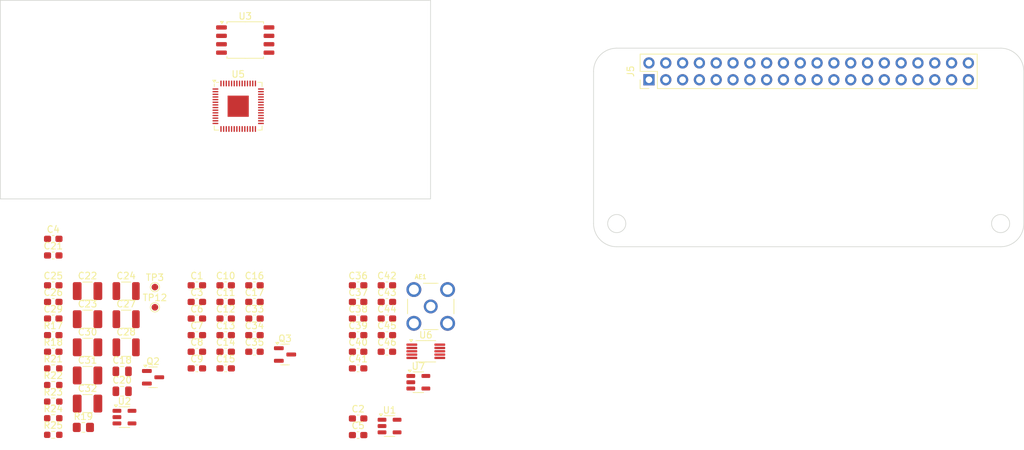
<source format=kicad_pcb>
(kicad_pcb (version 20241229) (generator "pcbnew") (generator_version "9.0")
  (layers (0 "F.Cu" power "Front") (4 "In1.Cu" signal) (6 "In2.Cu" signal) (2 "B.Cu" power "Back") (13 "F.Paste" user) (15 "B.Paste" user) (5 "F.SilkS" user "F.Silkscreen") (7 "B.SilkS" user "B.Silkscreen") (1 "F.Mask" user) (3 "B.Mask" user) (25 "Edge.Cuts" user))
  (net 0 "")
  (net 1 "Net-(U5-XIN)")
  (net 2 "GND")
  (net 3 "+3V3_RP2040")
  (net 4 "Net-(C3-Pad1)")
  (net 7 "Net-(Q3-B)")
  (net 8 "Net-(Q3-C)")
  (net 9 "Net-(U1-IN+)")
  (net 10 "Net-(U1-IN-)")
  (net 11 "3V3_PICO")
  (net 12 "/RP2040/+1V1_PICO_ADC_REF")
  (net 13 "/Power Input/battery_voltage_signal")
  (net 14 "/Power Input/input_current_sense_signal")
  (net 15 "5V Primary")
  (net 16 "/Voltage Converters/3v3_out")
  (net 19 "/Power Input/power_input_processed")
  (net 20 "/Voltage Converters/buck_sw")
  (net 21 "/Voltage Converters/buck_boot")
  (net 22 "5V_PRIMARY")
  (net 23 "Net-(C29-Pad1)")
  (net 24 "/Voltage Converters/buck_feedback")
  (net 25 "/RP2040/WSPR Transmitter/Si5351_3V3")
  (net 26 "Net-(U6-XA)")
  (net 27 "Net-(U6-XB)")
  (net 28 "Net-(U6-CLK0)")
  (net 29 "Net-(C40-Pad1)")
  (net 30 "Net-(C43-Pad2)")
  (net 31 "Net-(C44-Pad2)")
  (net 36 "Net-(AE1-A)")
  (net 37 "+5V")
  (net 44 "Net-(Q2-B)")
  (net 54 "1_WIRE")
  (net 61 "I2C0_SCL")
  (net 62 "I2C0.SDA")
  (net 65 "/Voltage Converters/3v3_en")
  (net 66 "3V3_DISABLE")
  (net 67 "3V3 Primary")
  (net 68 "/Voltage Converters/buck_enable")
  (net 70 "/RP2040/QSPI_SD0")
  (net 71 "/RP2040/QSPI_SD1")
  (net 72 "/RP2040/QSPI_SS")
  (net 73 "/RP2040/QSPI_SD2")
  (net 74 "/RP2040/QSPI_SD3")
  (net 75 "/RP2040/QSPI_SCLK")
  (net 76 "/RP2040/2040_SPI1.RX")
  (net 77 "/RP2040/RP2040_SWCLK")
  (net 79 "/RP2040/RP2040_STATUS_LED")
  (net 80 "/RP2040/2040_I2C0_WSPR.SCL")
  (net 81 "/RP2040/RP2040_SWDIO")
  (net 82 "/RP2040/2040_SPI1.TX")
  (net 83 "/RP2040/2040_I2C0_WSPR.SDA")
  (net 84 "/RP2040/2040_UART1.RX")
  (net 86 "Net-(U5-USB_DP)")
  (net 90 "/RP2040/RP2040_SPI0_SCK SD_SCLK")
  (net 91 "/RP2040/RP2040_SPI0_~{CS} SD_CS")
  (net 92 "/RP2040/RP2040_SPI0_RX SD_DO")
  (net 93 "/RP2040/2040_UART0.RX")
  (net 94 "/RP2040/PRIMARY_POWER_SUPPLY_DISABLE")
  (net 96 "/RP2040/2040_UART1.TX")
  (net 97 "/RP2040/2040_SPI1.SCK")
  (net 98 "/RP2040/2040_I2C1.SCL")
  (net 99 "/RP2040/2040_SPI1.~{CS}")
  (net 100 "/RP2040/RP2040_RESET_PIN")
  (net 102 "/RP2040/2040_UART0.TX")
  (net 103 "/RP2040/RP2040_SPI0_TX SD_DI")
  (net 104 "/RP2040/HW_ID")
  (net 105 "Net-(U5-XOUT)")
  (net 108 "/RP2040/2040_I2C1.SDA")
  (net 109 "Net-(U5-USB_DM)")
  (net 110 "Net-(J6-In)")
  (net 111 "Net-(J7-In)")
  (net 112 "/RP2040/WSPR Transmitter/WSPR_POWER_FAULT")
  (net 113 "/RP2040/WSPR Transmitter/WSPR_POWER_ENABLE")
  (footprint "Capacitor_SMD:C_0603_1608Metric_Pad1.08x0.95mm_HandSolder" (layer "F.Cu") (at 70.055 61.565)
    (property "Reference" "C37" (at 0 -1.43 0) (layer "F.SilkS"))
    (property "Value" "0.1uf")
    (pad "1" smd roundrect (at -0.8625 0) (size 1.075 0.95) (layers "F.Cu" "F.Mask" "F.Paste") (net 2 "GND"))
    (pad "2" smd roundrect (at 0.8625 0) (size 1.075 0.95) (layers "F.Cu" "F.Mask" "F.Paste") (net 25 "/RP2040/WSPR Transmitter/Si5351_3V3"))
  )
  (footprint "Package_SO:SOIC-8_5.3x5.3mm_P1.27mm" (layer "F.Cu") (at 53 22)
    (property "Reference" "U3" (at 0 -3.6 0) (layer "F.SilkS"))
    (property "Value" "W25Q128JVS")
    (pad "1" smd roundrect (at -3.5875 -1.905) (size 1.625 0.65) (layers "F.Cu" "F.Mask" "F.Paste") (net 72 "/RP2040/QSPI_SS"))
    (pad "2" smd roundrect (at -3.5875 -0.635) (size 1.625 0.65) (layers "F.Cu" "F.Mask" "F.Paste") (net 71 "/RP2040/QSPI_SD1"))
    (pad "3" smd roundrect (at -3.5875 0.635) (size 1.625 0.65) (layers "F.Cu" "F.Mask" "F.Paste") (net 73 "/RP2040/QSPI_SD2"))
    (pad "4" smd roundrect (at -3.5875 1.905) (size 1.625 0.65) (layers "F.Cu" "F.Mask" "F.Paste") (net 2 "GND"))
    (pad "5" smd roundrect (at 3.5875 1.905) (size 1.625 0.65) (layers "F.Cu" "F.Mask" "F.Paste") (net 70 "/RP2040/QSPI_SD0"))
    (pad "6" smd roundrect (at 3.5875 0.635) (size 1.625 0.65) (layers "F.Cu" "F.Mask" "F.Paste") (net 75 "/RP2040/QSPI_SCLK"))
    (pad "7" smd roundrect (at 3.5875 -0.635) (size 1.625 0.65) (layers "F.Cu" "F.Mask" "F.Paste") (net 74 "/RP2040/QSPI_SD3"))
    (pad "8" smd roundrect (at 3.5875 -1.905) (size 1.625 0.65) (layers "F.Cu" "F.Mask" "F.Paste") (net 11 "3V3_PICO"))
  )
  (footprint "Capacitor_SMD:C_0603_1608Metric_Pad1.08x0.95mm_HandSolder" (layer "F.Cu") (at 50.045 66.585)
    (property "Reference" "C13" (at 0 -1.43 0) (layer "F.SilkS"))
    (property "Value" "1uf")
    (pad "1" smd roundrect (at -0.8625 0) (size 1.075 0.95) (layers "F.Cu" "F.Mask" "F.Paste") (net 2 "GND"))
    (pad "2" smd roundrect (at 0.8625 0) (size 1.075 0.95) (layers "F.Cu" "F.Mask" "F.Paste") (net 12 "/RP2040/+1V1_PICO_ADC_REF"))
  )
  (footprint "giraffe_flight_computer_footprints:LINX_CONSMA001-G" (layer "F.Cu") (at 81.03 62.25)
    (property "Reference" "AE1" (at -1.533 -4.4714 0) (layer "F.SilkS") (effects (font (size 0.64 0.64))))
    (property "Value" "~")
    (pad "1" thru_hole circle (at 0 0) (size 2.1 2.1) (drill 1.4) (layers "*.Cu" "*.Mask") (net 36 "Net-(AE1-A)"))
    (pad "S1" thru_hole circle (at -2.55 -2.55) (size 2.25 2.25) (drill 1.5) (layers "*.Cu" "*.Mask"))
    (pad "S2" thru_hole circle (at -2.55 2.55) (size 2.25 2.25) (drill 1.5) (layers "*.Cu" "*.Mask"))
    (pad "S3" thru_hole circle (at 2.55 2.55) (size 2.25 2.25) (drill 1.5) (layers "*.Cu" "*.Mask"))
    (pad "S4" thru_hole circle (at 2.55 -2.55) (size 2.25 2.25) (drill 1.5) (layers "*.Cu" "*.Mask"))
  )
  (footprint "Package_DFN_QFN:QFN-56-1EP_7x7mm_P0.4mm_EP3.2x3.2mm" (layer "F.Cu") (at 51.9375 32)
    (property "Reference" "U5" (at 0 -4.83 0) (layer "F.SilkS"))
    (property "Value" "RP2040")
    (pad "1" smd roundrect (at -3.4375 -2.6) (size 0.875 0.2) (layers "F.Cu" "F.Mask" "F.Paste") (net 11 "3V3_PICO"))
    (pad "2" smd roundrect (at -3.4375 -2.2) (size 0.875 0.2) (layers "F.Cu" "F.Mask" "F.Paste") (net 102 "/RP2040/2040_UART0.TX"))
    (pad "3" smd roundrect (at -3.4375 -1.8) (size 0.875 0.2) (layers "F.Cu" "F.Mask" "F.Paste") (net 93 "/RP2040/2040_UART0.RX"))
    (pad "4" smd roundrect (at -3.4375 -1.4) (size 0.875 0.2) (layers "F.Cu" "F.Mask" "F.Paste") (net 108 "/RP2040/2040_I2C1.SDA"))
    (pad "5" smd roundrect (at -3.4375 -1) (size 0.875 0.2) (layers "F.Cu" "F.Mask" "F.Paste") (net 98 "/RP2040/2040_I2C1.SCL"))
    (pad "6" smd roundrect (at -3.4375 -0.6) (size 0.875 0.2) (layers "F.Cu" "F.Mask" "F.Paste") (net 96 "/RP2040/2040_UART1.TX"))
    (pad "7" smd roundrect (at -3.4375 -0.2) (size 0.875 0.2) (layers "F.Cu" "F.Mask" "F.Paste") (net 84 "/RP2040/2040_UART1.RX"))
    (pad "8" smd roundrect (at -3.4375 0.2) (size 0.875 0.2) (layers "F.Cu" "F.Mask" "F.Paste"))
    (pad "9" smd roundrect (at -3.4375 0.6) (size 0.875 0.2) (layers "F.Cu" "F.Mask" "F.Paste"))
    (pad "10" smd roundrect (at -3.4375 1) (size 0.875 0.2) (layers "F.Cu" "F.Mask" "F.Paste") (net 11 "3V3_PICO"))
    (pad "11" smd roundrect (at -3.4375 1.4) (size 0.875 0.2) (layers "F.Cu" "F.Mask" "F.Paste") (net 76 "/RP2040/2040_SPI1.RX"))
    (pad "12" smd roundrect (at -3.4375 1.8) (size 0.875 0.2) (layers "F.Cu" "F.Mask" "F.Paste") (net 99 "/RP2040/2040_SPI1.~{CS}"))
    (pad "13" smd roundrect (at -3.4375 2.2) (size 0.875 0.2) (layers "F.Cu" "F.Mask" "F.Paste") (net 97 "/RP2040/2040_SPI1.SCK"))
    (pad "14" smd roundrect (at -3.4375 2.6) (size 0.875 0.2) (layers "F.Cu" "F.Mask" "F.Paste") (net 82 "/RP2040/2040_SPI1.TX"))
    (pad "15" smd roundrect (at -2.6 3.4375) (size 0.2 0.875) (layers "F.Cu" "F.Mask" "F.Paste") (net 83 "/RP2040/2040_I2C0_WSPR.SDA"))
    (pad "16" smd roundrect (at -2.2 3.4375) (size 0.2 0.875) (layers "F.Cu" "F.Mask" "F.Paste") (net 80 "/RP2040/2040_I2C0_WSPR.SCL"))
    (pad "17" smd roundrect (at -1.8 3.4375) (size 0.2 0.875) (layers "F.Cu" "F.Mask" "F.Paste") (net 94 "/RP2040/PRIMARY_POWER_SUPPLY_DISABLE"))
    (pad "18" smd roundrect (at -1.4 3.4375) (size 0.2 0.875) (layers "F.Cu" "F.Mask" "F.Paste"))
    (pad "19" smd roundrect (at -1 3.4375) (size 0.2 0.875) (layers "F.Cu" "F.Mask" "F.Paste") (net 2 "GND"))
    (pad "20" smd roundrect (at -0.6 3.4375) (size 0.2 0.875) (layers "F.Cu" "F.Mask" "F.Paste") (net 1 "Net-(U5-XIN)"))
    (pad "21" smd roundrect (at -0.2 3.4375) (size 0.2 0.875) (layers "F.Cu" "F.Mask" "F.Paste") (net 105 "Net-(U5-XOUT)"))
    (pad "22" smd roundrect (at 0.2 3.4375) (size 0.2 0.875) (layers "F.Cu" "F.Mask" "F.Paste") (net 11 "3V3_PICO"))
    (pad "23" smd roundrect (at 0.6 3.4375) (size 0.2 0.875) (layers "F.Cu" "F.Mask" "F.Paste") (net 12 "/RP2040/+1V1_PICO_ADC_REF"))
    (pad "24" smd roundrect (at 1 3.4375) (size 0.2 0.875) (layers "F.Cu" "F.Mask" "F.Paste") (net 77 "/RP2040/RP2040_SWCLK"))
    (pad "25" smd roundrect (at 1.4 3.4375) (size 0.2 0.875) (layers "F.Cu" "F.Mask" "F.Paste") (net 81 "/RP2040/RP2040_SWDIO"))
    (pad "26" smd roundrect (at 1.8 3.4375) (size 0.2 0.875) (layers "F.Cu" "F.Mask" "F.Paste") (net 100 "/RP2040/RP2040_RESET_PIN"))
    (pad "27" smd roundrect (at 2.2 3.4375) (size 0.2 0.875) (layers "F.Cu" "F.Mask" "F.Paste") (net 92 "/RP2040/RP2040_SPI0_RX SD_DO"))
    (pad "28" smd roundrect (at 2.6 3.4375) (size 0.2 0.875) (layers "F.Cu" "F.Mask" "F.Paste") (net 91 "/RP2040/RP2040_SPI0_~{CS} SD_CS"))
    (pad "29" smd roundrect (at 3.4375 2.6) (size 0.875 0.2) (layers "F.Cu" "F.Mask" "F.Paste") (net 90 "/RP2040/RP2040_SPI0_SCK SD_SCLK"))
    (pad "30" smd roundrect (at 3.4375 2.2) (size 0.875 0.2) (layers "F.Cu" "F.Mask" "F.Paste") (net 103 "/RP2040/RP2040_SPI0_TX SD_DI"))
    (pad "31" smd roundrect (at 3.4375 1.8) (size 0.875 0.2) (layers "F.Cu" "F.Mask" "F.Paste"))
    (pad "32" smd roundrect (at 3.4375 1.4) (size 0.875 0.2) (layers "F.Cu" "F.Mask" "F.Paste"))
    (pad "33" smd roundrect (at 3.4375 1) (size 0.875 0.2) (layers "F.Cu" "F.Mask" "F.Paste") (net 11 "3V3_PICO"))
    (pad "34" smd roundrect (at 3.4375 0.6) (size 0.875 0.2) (layers "F.Cu" "F.Mask" "F.Paste"))
    (pad "35" smd roundrect (at 3.4375 0.2) (size 0.875 0.2) (layers "F.Cu" "F.Mask" "F.Paste"))
    (pad "36" smd roundrect (at 3.4375 -0.2) (size 0.875 0.2) (layers "F.Cu" "F.Mask" "F.Paste"))
    (pad "37" smd roundrect (at 3.4375 -0.6) (size 0.875 0.2) (layers "F.Cu" "F.Mask" "F.Paste") (net 79 "/RP2040/RP2040_STATUS_LED"))
    (pad "38" smd roundrect (at 3.4375 -1) (size 0.875 0.2) (layers "F.Cu" "F.Mask" "F.Paste") (net 104 "/RP2040/HW_ID"))
    (pad "39" smd roundrect (at 3.4375 -1.4) (size 0.875 0.2) (layers "F.Cu" "F.Mask" "F.Paste"))
    (pad "40" smd roundrect (at 3.4375 -1.8) (size 0.875 0.2) (layers "F.Cu" "F.Mask" "F.Paste") (net 13 "/Power Input/battery_voltage_signal"))
    (pad "41" smd roundrect (at 3.4375 -2.2) (size 0.875 0.2) (layers "F.Cu" "F.Mask" "F.Paste") (net 14 "/Power Input/input_current_sense_signal"))
    (pad "42" smd roundrect (at 3.4375 -2.6) (size 0.875 0.2) (layers "F.Cu" "F.Mask" "F.Paste") (net 11 "3V3_PICO"))
    (pad "43" smd roundrect (at 2.6 -3.4375) (size 0.2 0.875) (layers "F.Cu" "F.Mask" "F.Paste") (net 11 "3V3_PICO"))
    (pad "44" smd roundrect (at 2.2 -3.4375) (size 0.2 0.875) (layers "F.Cu" "F.Mask" "F.Paste") (net 11 "3V3_PICO"))
    (pad "45" smd roundrect (at 1.8 -3.4375) (size 0.2 0.875) (layers "F.Cu" "F.Mask" "F.Paste") (net 12 "/RP2040/+1V1_PICO_ADC_REF"))
    (pad "46" smd roundrect (at 1.4 -3.4375) (size 0.2 0.875) (layers "F.Cu" "F.Mask" "F.Paste") (net 109 "Net-(U5-USB_DM)"))
    (pad "47" smd roundrect (at 1 -3.4375) (size 0.2 0.875) (layers "F.Cu" "F.Mask" "F.Paste") (net 86 "Net-(U5-USB_DP)"))
    (pad "48" smd roundrect (at 0.6 -3.4375) (size 0.2 0.875) (layers "F.Cu" "F.Mask" "F.Paste") (net 11 "3V3_PICO"))
    (pad "49" smd roundrect (at 0.2 -3.4375) (size 0.2 0.875) (layers "F.Cu" "F.Mask" "F.Paste") (net 11 "3V3_PICO"))
    (pad "50" smd roundrect (at -0.2 -3.4375) (size 0.2 0.875) (layers "F.Cu" "F.Mask" "F.Paste") (net 12 "/RP2040/+1V1_PICO_ADC_REF"))
    (pad "51" smd roundrect (at -0.6 -3.4375) (size 0.2 0.875) (layers "F.Cu" "F.Mask" "F.Paste") (net 74 "/RP2040/QSPI_SD3"))
    (pad "52" smd roundrect (at -1 -3.4375) (size 0.2 0.875) (layers "F.Cu" "F.Mask" "F.Paste") (net 75 "/RP2040/QSPI_SCLK"))
    (pad "53" smd roundrect (at -1.4 -3.4375) (size 0.2 0.875) (layers "F.Cu" "F.Mask" "F.Paste") (net 70 "/RP2040/QSPI_SD0"))
    (pad "54" smd roundrect (at -1.8 -3.4375) (size 0.2 0.875) (layers "F.Cu" "F.Mask" "F.Paste") (net 73 "/RP2040/QSPI_SD2"))
    (pad "55" smd roundrect (at -2.2 -3.4375) (size 0.2 0.875) (layers "F.Cu" "F.Mask" "F.Paste") (net 71 "/RP2040/QSPI_SD1"))
    (pad "56" smd roundrect (at -2.6 -3.4375) (size 0.2 0.875) (layers "F.Cu" "F.Mask" "F.Paste") (net 72 "/RP2040/QSPI_SS"))
    (pad "57" smd rect (at 0 0) (size 3.2 3.2) (property pad_prop_heatsink) (layers "F.Cu" "F.Mask") (net 2 "GND"))
  )
  (footprint "Capacitor_SMD:C_0603_1608Metric_Pad1.08x0.95mm_HandSolder" (layer "F.Cu") (at 45.695 64.075)
    (property "Reference" "C6" (at 0 -1.43 0) (layer "F.SilkS"))
    (property "Value" "0.1uf")
    (pad "1" smd roundrect (at -0.8625 0) (size 1.075 0.95) (layers "F.Cu" "F.Mask" "F.Paste") (net 2 "GND"))
    (pad "2" smd roundrect (at 0.8625 0) (size 1.075 0.95) (layers "F.Cu" "F.Mask" "F.Paste") (net 11 "3V3_PICO"))
  )
  (footprint "Capacitor_SMD:C_0603_1608Metric_Pad1.08x0.95mm_HandSolder" (layer "F.Cu") (at 70.055 81.685)
    (property "Reference" "C5" (at 0 -1.43 0) (layer "F.SilkS"))
    (property "Value" "?")
    (pad "1" smd roundrect (at -0.8625 0) (size 1.075 0.95) (layers "F.Cu" "F.Mask" "F.Paste") (net 10 "Net-(U1-IN-)"))
    (pad "2" smd roundrect (at 0.8625 0) (size 1.075 0.95) (layers "F.Cu" "F.Mask" "F.Paste") (net 9 "Net-(U1-IN+)"))
  )
  (footprint "Capacitor_SMD:C_1210_3225Metric_Pad1.33x2.70mm_HandSolder" (layer "F.Cu") (at 29.175 64.175)
    (property "Reference" "C23" (at 0 -2.3 0) (layer "F.SilkS"))
    (property "Value" "DNS")
    (pad "1" smd roundrect (at -1.5625 0) (size 1.325 2.7) (layers "F.Cu" "F.Mask" "F.Paste") (roundrect_rratio 0.188679) (net 19 "/Power Input/power_input_processed"))
    (pad "2" smd roundrect (at 1.5625 0) (size 1.325 2.7) (layers "F.Cu" "F.Mask" "F.Paste") (roundrect_rratio 0.188679) (net 2 "GND"))
  )
  (footprint "Capacitor_SMD:C_1210_3225Metric" (layer "F.Cu") (at 35.005 59.925)
    (property "Reference" "C24" (at 0 -2.3 0) (layer "F.SilkS"))
    (property "Value" "10uf")
    (pad "1" smd roundrect (at -1.475 0) (size 1.15 2.7) (layers "F.Cu" "F.Mask" "F.Paste") (roundrect_rratio 0.217391) (net 19 "/Power Input/power_input_processed"))
    (pad "2" smd roundrect (at 1.475 0) (size 1.15 2.7) (layers "F.Cu" "F.Mask" "F.Paste") (roundrect_rratio 0.217391) (net 2 "GND"))
  )
  (footprint "Capacitor_SMD:C_0603_1608Metric_Pad1.08x0.95mm_HandSolder" (layer "F.Cu") (at 45.695 69.095)
    (property "Reference" "C8" (at 0 -1.43 0) (layer "F.SilkS"))
    (property "Value" "0.1uf")
    (pad "1" smd roundrect (at -0.8625 0) (size 1.075 0.95) (layers "F.Cu" "F.Mask" "F.Paste") (net 2 "GND"))
    (pad "2" smd roundrect (at 0.8625 0) (size 1.075 0.95) (layers "F.Cu" "F.Mask" "F.Paste") (net 11 "3V3_PICO"))
  )
  (footprint "Capacitor_SMD:C_0603_1608Metric_Pad1.08x0.95mm_HandSolder" (layer "F.Cu") (at 74.405 66.585)
    (property "Reference" "C45" (at 0 -1.43 0) (layer "F.SilkS"))
    (property "Value" "?")
    (pad "1" smd roundrect (at -0.8625 0) (size 1.075 0.95) (layers "F.Cu" "F.Mask" "F.Paste") (net 2 "GND"))
    (pad "2" smd roundrect (at 0.8625 0) (size 1.075 0.95) (layers "F.Cu" "F.Mask" "F.Paste") (net 36 "Net-(AE1-A)"))
  )
  (footprint "TestPoint:TestPoint_Pad_D1.0mm" (layer "F.Cu") (at 39.355 62.375)
    (property "Reference" "TP12" (at 0 -1.448 0) (layer "F.SilkS"))
    (property "Value" "TestPoint")
    (pad "1" smd circle (at 0 0) (size 1 1) (layers "F.Cu" "F.Mask") (net 68 "/Voltage Converters/buck_enable"))
  )
  (footprint "Capacitor_SMD:C_0603_1608Metric_Pad1.08x0.95mm_HandSolder" (layer "F.Cu") (at 54.395 66.585)
    (property "Reference" "C34" (at 0 -1.43 0) (layer "F.SilkS"))
    (property "Value" "10uf")
    (pad "1" smd roundrect (at -0.8625 0) (size 1.075 0.95) (layers "F.Cu" "F.Mask" "F.Paste") (net 2 "GND"))
    (pad "2" smd roundrect (at 0.8625 0) (size 1.075 0.95) (layers "F.Cu" "F.Mask" "F.Paste") (net 11 "3V3_PICO"))
  )
  (footprint "Capacitor_SMD:C_1210_3225Metric_Pad1.33x2.70mm_HandSolder" (layer "F.Cu") (at 29.175 68.425)
    (property "Reference" "C30" (at 0 -2.3 0) (layer "F.SilkS"))
    (property "Value" "DNS")
    (pad "1" smd roundrect (at -1.5625 0) (size 1.325 2.7) (layers "F.Cu" "F.Mask" "F.Paste") (roundrect_rratio 0.188679) (net 22 "5V_PRIMARY"))
    (pad "2" smd roundrect (at 1.5625 0) (size 1.325 2.7) (layers "F.Cu" "F.Mask" "F.Paste") (roundrect_rratio 0.188679) (net 2 "GND"))
  )
  (footprint "Package_SO:MSOP-10_3x3mm_P0.5mm" (layer "F.Cu") (at 80.285 69.025)
    (property "Reference" "U6" (at 0 -2.45 0) (layer "F.SilkS"))
    (property "Value" "Si5351A-B-GT")
    (pad "1" smd roundrect (at -2.1125 -1) (size 1.625 0.35) (layers "F.Cu" "F.Mask" "F.Paste") (net 25 "/RP2040/WSPR Transmitter/Si5351_3V3"))
    (pad "2" smd roundrect (at -2.1125 -0.5) (size 1.625 0.35) (layers "F.Cu" "F.Mask" "F.Paste") (net 26 "Net-(U6-XA)"))
    (pad "3" smd roundrect (at -2.1125 0) (size 1.625 0.35) (layers "F.Cu" "F.Mask" "F.Paste") (net 27 "Net-(U6-XB)"))
    (pad "4" smd roundrect (at -2.1125 0.5) (size 1.625 0.35) (layers "F.Cu" "F.Mask" "F.Paste") (net 80 "/RP2040/2040_I2C0_WSPR.SCL"))
    (pad "5" smd roundrect (at -2.1125 1) (size 1.625 0.35) (layers "F.Cu" "F.Mask" "F.Paste") (net 83 "/RP2040/2040_I2C0_WSPR.SDA"))
    (pad "6" smd roundrect (at 2.1125 1) (size 1.625 0.35) (layers "F.Cu" "F.Mask" "F.Paste") (net 111 "Net-(J7-In)"))
    (pad "7" smd roundrect (at 2.1125 0.5) (size 1.625 0.35) (layers "F.Cu" "F.Mask" "F.Paste") (net 25 "/RP2040/WSPR Transmitter/Si5351_3V3"))
    (pad "8" smd roundrect (at 2.1125 0) (size 1.625 0.35) (layers "F.Cu" "F.Mask" "F.Paste") (net 2 "GND"))
    (pad "9" smd roundrect (at 2.1125 -0.5) (size 1.625 0.35) (layers "F.Cu" "F.Mask" "F.Paste") (net 110 "Net-(J6-In)"))
    (pad "10" smd roundrect (at 2.1125 -1) (size 1.625 0.35) (layers "F.Cu" "F.Mask" "F.Paste") (net 28 "Net-(U6-CLK0)"))
  )
  (footprint "Resistor_SMD:R_0603_1608Metric_Pad0.98x0.95mm_HandSolder" (layer "F.Cu") (at 23.995 76.625)
    (property "Reference" "R23" (at 0 -1.43 0) (layer "F.SilkS"))
    (property "Value" "49")
    (pad "1" smd roundrect (at -0.9125 0) (size 0.975 0.95) (layers "F.Cu" "F.Mask" "F.Paste") (net 22 "5V_PRIMARY"))
    (pad "2" smd roundrect (at 0.9125 0) (size 0.975 0.95) (layers "F.Cu" "F.Mask" "F.Paste") (net 23 "Net-(C29-Pad1)"))
  )
  (footprint "Capacitor_SMD:C_0603_1608Metric_Pad1.08x0.95mm_HandSolder" (layer "F.Cu") (at 74.405 61.565)
    (property "Reference" "C43" (at 0 -1.43 0) (layer "F.SilkS"))
    (property "Value" "?")
    (pad "1" smd roundrect (at -0.8625 0) (size 1.075 0.95) (layers "F.Cu" "F.Mask" "F.Paste") (net 2 "GND"))
    (pad "2" smd roundrect (at 0.8625 0) (size 1.075 0.95) (layers "F.Cu" "F.Mask" "F.Paste") (net 30 "Net-(C43-Pad2)"))
  )
  (footprint "Package_TO_SOT_SMD:SOT-23" (layer "F.Cu") (at 39.075 72.95)
    (property "Reference" "Q2" (at 0 -2.4 0) (layer "F.SilkS"))
    (property "Value" "MMBT3904LT1G")
    (pad "1" smd roundrect (at -0.9375 -0.95) (size 1.475 0.6) (layers "F.Cu" "F.Mask" "F.Paste") (net 65 "/Voltage Converters/3v3_en"))
    (pad "2" smd roundrect (at -0.9375 0.95) (size 1.475 0.6) (layers "F.Cu" "F.Mask" "F.Paste") (net 44 "Net-(Q2-B)"))
    (pad "3" smd roundrect (at 0.9375 0) (size 1.475 0.6) (layers "F.Cu" "F.Mask" "F.Paste") (net 2 "GND"))
  )
  (footprint "Capacitor_SMD:C_0603_1608Metric_Pad1.08x0.95mm_HandSolder" (layer "F.Cu") (at 70.055 66.585)
    (property "Reference" "C39" (at 0 -1.43 0) (layer "F.SilkS"))
    (property "Value" "?pf")
    (pad "1" smd roundrect (at -0.8625 0) (size 1.075 0.95) (layers "F.Cu" "F.Mask" "F.Paste") (net 2 "GND"))
    (pad "2" smd roundrect (at 0.8625 0) (size 1.075 0.95) (layers "F.Cu" "F.Mask" "F.Paste") (net 27 "Net-(U6-XB)"))
  )
  (footprint "Capacitor_SMD:C_0603_1608Metric_Pad1.08x0.95mm_HandSolder" (layer "F.Cu") (at 23.995 66.585)
    (property "Reference" "R17" (at 0 -1.43 0) (layer "F.SilkS"))
    (property "Value" "10k")
    (pad "1" smd roundrect (at -0.8625 0) (size 1.075 0.95) (layers "F.Cu" "F.Mask" "F.Paste") (net 65 "/Voltage Converters/3v3_en"))
    (pad "2" smd roundrect (at 0.8625 0) (size 1.075 0.95) (layers "F.Cu" "F.Mask" "F.Paste") (net 15 "5V Primary"))
  )
  (footprint "Capacitor_SMD:C_0603_1608Metric_Pad1.08x0.95mm_HandSolder" (layer "F.Cu") (at 74.405 59.055)
    (property "Reference" "C42" (at 0 -1.43 0) (layer "F.SilkS"))
    (property "Value" "?")
    (pad "1" smd roundrect (at -0.8625 0) (size 1.075 0.95) (layers "F.Cu" "F.Mask" "F.Paste") (net 2 "GND"))
    (pad "2" smd roundrect (at 0.8625 0) (size 1.075 0.95) (layers "F.Cu" "F.Mask" "F.Paste") (net 29 "Net-(C40-Pad1)"))
  )
  (footprint "Package_TO_SOT_SMD:SOT-23" (layer "F.Cu") (at 59.015 69.51)
    (property "Reference" "Q3" (at 0 -2.4 0) (layer "F.SilkS"))
    (property "Value" "BC847CT")
    (pad "1" smd roundrect (at -0.9375 -0.95) (size 1.475 0.6) (layers "F.Cu" "F.Mask" "F.Paste") (net 7 "Net-(Q3-B)"))
    (pad "2" smd roundrect (at -0.9375 0.95) (size 1.475 0.6) (layers "F.Cu" "F.Mask" "F.Paste") (net 2 "GND"))
    (pad "3" smd roundrect (at 0.9375 0) (size 1.475 0.6) (layers "F.Cu" "F.Mask" "F.Paste") (net 8 "Net-(Q3-C)"))
  )
  (footprint "Capacitor_SMD:C_0603_1608Metric_Pad1.08x0.95mm_HandSolder" (layer "F.Cu") (at 23.995 59.055)
    (property "Reference" "C25" (at 0 -1.43 0) (layer "F.SilkS"))
    (property "Value" "0.1uf")
    (pad "1" smd roundrect (at -0.8625 0) (size 1.075 0.95) (layers "F.Cu" "F.Mask" "F.Paste") (net 19 "/Power Input/power_input_processed"))
    (pad "2" smd roundrect (at 0.8625 0) (size 1.075 0.95) (layers "F.Cu" "F.Mask" "F.Paste") (net 2 "GND"))
  )
  (footprint "Capacitor_SMD:C_0603_1608Metric_Pad1.08x0.95mm_HandSolder" (layer "F.Cu") (at 54.395 61.565)
    (property "Reference" "C17" (at 0 -1.43 0) (layer "F.SilkS"))
    (property "Value" "DNS")
    (pad "1" smd roundrect (at -0.8625 0) (size 1.075 0.95) (layers "F.Cu" "F.Mask" "F.Paste") (net 2 "GND"))
    (pad "2" smd roundrect (at 0.8625 0) (size 1.075 0.95) (layers "F.Cu" "F.Mask" "F.Paste") (net 14 "/Power Input/input_current_sense_signal"))
  )
  (footprint "Package_TO_SOT_SMD:SOT-23-5" (layer "F.Cu") (at 79.155 73.7)
    (property "Reference" "U7" (at 0 -2.4 0) (layer "F.SilkS"))
    (property "Value" "MIC2091-2YM5")
    (pad "1" smd roundrect (at -1.1375 -0.95) (size 1.325 0.6) (layers "F.Cu" "F.Mask" "F.Paste") (net 11 "3V3_PICO"))
    (pad "2" smd roundrect (at -1.1375 0) (size 1.325 0.6) (layers "F.Cu" "F.Mask" "F.Paste") (net 2 "GND"))
    (pad "3" smd roundrect (at -1.1375 0.95) (size 1.325 0.6) (layers "F.Cu" "F.Mask" "F.Paste") (net 113 "/RP2040/WSPR Transmitter/WSPR_POWER_ENABLE"))
    (pad "4" smd roundrect (at 1.1375 0.95) (size 1.325 0.6) (layers "F.Cu" "F.Mask" "F.Paste") (net 112 "/RP2040/WSPR Transmitter/WSPR_POWER_FAULT"))
    (pad "5" smd roundrect (at 1.1375 -0.95) (size 1.325 0.6) (layers "F.Cu" "F.Mask" "F.Paste") (net 25 "/RP2040/WSPR Transmitter/Si5351_3V3"))
  )
  (footprint "Capacitor_SMD:C_0603_1608Metric_Pad1.08x0.95mm_HandSolder" (layer "F.Cu") (at 74.405 64.075)
    (property "Reference" "C44" (at 0 -1.43 0) (layer "F.SilkS"))
    (property "Value" "?")
    (pad "1" smd roundrect (at -0.8625 0) (size 1.075 0.95) (layers "F.Cu" "F.Mask" "F.Paste") (net 2 "GND"))
    (pad "2" smd roundrect (at 0.8625 0) (size 1.075 0.95) (layers "F.Cu" "F.Mask" "F.Paste") (net 31 "Net-(C44-Pad2)"))
  )
  (footprint "Package_TO_SOT_SMD:SOT-23-5" (layer "F.Cu") (at 34.755 78.97)
    (property "Reference" "U2" (at 0 -2.4 0) (layer "F.SilkS"))
    (property "Value" "AP2112K-3.3")
    (pad "1" smd roundrect (at -1.1375 -0.95) (size 1.325 0.6) (layers "F.Cu" "F.Mask" "F.Paste") (net 15 "5V Primary"))
    (pad "2" smd roundrect (at -1.1375 0) (size 1.325 0.6) (layers "F.Cu" "F.Mask" "F.Paste") (net 2 "GND"))
    (pad "3" smd roundrect (at -1.1375 0.95) (size 1.325 0.6) (layers "F.Cu" "F.Mask" "F.Paste") (net 65 "/Voltage Converters/3v3_en"))
    (pad "4" smd roundrect (at 1.1375 0.95) (size 1.325 0.6) (layers "F.Cu" "F.Mask" "F.Paste"))
    (pad "5" smd roundrect (at 1.1375 -0.95) (size 1.325 0.6) (layers "F.Cu" "F.Mask" "F.Paste") (net 16 "/Voltage Converters/3v3_out"))
  )
  (footprint "Capacitor_SMD:C_0603_1608Metric_Pad1.08x0.95mm_HandSolder" (layer "F.Cu") (at 45.695 61.565)
    (property "Reference" "C3" (at 0 -1.43 0) (layer "F.SilkS"))
    (property "Value" "15pf")
    (pad "1" smd roundrect (at -0.8625 0) (size 1.075 0.95) (layers "F.Cu" "F.Mask" "F.Paste") (net 4 "Net-(C3-Pad1)"))
    (pad "2" smd roundrect (at 0.8625 0) (size 1.075 0.95) (layers "F.Cu" "F.Mask" "F.Paste") (net 2 "GND"))
  )
  (footprint "Capacitor_SMD:C_0603_1608Metric_Pad1.08x0.95mm_HandSolder" (layer "F.Cu") (at 50.045 71.605)
    (property "Reference" "C15" (at 0 -1.43 0) (layer "F.SilkS"))
    (property "Value" "0.1uf")
    (pad "1" smd roundrect (at -0.8625 0) (size 1.075 0.95) (layers "F.Cu" "F.Mask" "F.Paste") (net 2 "GND"))
    (pad "2" smd roundrect (at 0.8625 0) (size 1.075 0.95) (layers "F.Cu" "F.Mask" "F.Paste") (net 12 "/RP2040/+1V1_PICO_ADC_REF"))
  )
  (footprint "Capacitor_SMD:C_0603_1608Metric_Pad1.08x0.95mm_HandSolder" (layer "F.Cu") (at 50.045 59.055)
    (property "Reference" "C10" (at 0 -1.43 0) (layer "F.SilkS"))
    (property "Value" "0.1uf")
    (pad "1" smd roundrect (at -0.8625 0) (size 1.075 0.95) (layers "F.Cu" "F.Mask" "F.Paste") (net 2 "GND"))
    (pad "2" smd roundrect (at 0.8625 0) (size 1.075 0.95) (layers "F.Cu" "F.Mask" "F.Paste") (net 11 "3V3_PICO"))
  )
  (footprint "Capacitor_SMD:C_0603_1608Metric_Pad1.08x0.95mm_HandSolder" (layer "F.Cu") (at 50.045 69.095)
    (property "Reference" "C14" (at 0 -1.43 0) (layer "F.SilkS"))
    (property "Value" "0.1uf")
    (pad "1" smd roundrect (at -0.8625 0) (size 1.075 0.95) (layers "F.Cu" "F.Mask" "F.Paste") (net 2 "GND"))
    (pad "2" smd roundrect (at 0.8625 0) (size 1.075 0.95) (layers "F.Cu" "F.Mask" "F.Paste") (net 12 "/RP2040/+1V1_PICO_ADC_REF"))
  )
  (footprint "Package_TO_SOT_SMD:SOT-23-5" (layer "F.Cu") (at 74.805 80.32)
    (property "Reference" "U1" (at 0 -2.4 0) (layer "F.SilkS"))
    (property "Value" "INA180A")
    (pad "1" smd roundrect (at -1.1375 -0.95) (size 1.325 0.6) (layers "F.Cu" "F.Mask" "F.Paste") (net 14 "/Power Input/input_current_sense_signal"))
    (pad "2" smd roundrect (at -1.1375 0) (size 1.325 0.6) (layers "F.Cu" "F.Mask" "F.Paste") (net 2 "GND"))
    (pad "3" smd roundrect (at -1.1375 0.95) (size 1.325 0.6) (layers "F.Cu" "F.Mask" "F.Paste") (net 9 "Net-(U1-IN+)"))
    (pad "4" smd roundrect (at 1.1375 0.95) (size 1.325 0.6) (layers "F.Cu" "F.Mask" "F.Paste") (net 10 "Net-(U1-IN-)"))
    (pad "5" smd roundrect (at 1.1375 -0.95) (size 1.325 0.6) (layers "F.Cu" "F.Mask" "F.Paste") (net 3 "+3V3_RP2040"))
  )
  (footprint "Capacitor_SMD:C_1210_3225Metric" (layer "F.Cu") (at 35.005 64.175)
    (property "Reference" "C27" (at 0 -2.3 0) (layer "F.SilkS"))
    (property "Value" "22uf")
    (pad "1" smd roundrect (at -1.475 0) (size 1.15 2.7) (layers "F.Cu" "F.Mask" "F.Paste") (roundrect_rratio 0.217391) (net 22 "5V_PRIMARY"))
    (pad "2" smd roundrect (at 1.475 0) (size 1.15 2.7) (layers "F.Cu" "F.Mask" "F.Paste") (roundrect_rratio 0.217391) (net 2 "GND"))
  )
  (footprint "Capacitor_SMD:C_0603_1608Metric_Pad1.08x0.95mm_HandSolder" (layer "F.Cu") (at 70.055 69.095)
    (property "Reference" "C40" (at 0 -1.43 0) (layer "F.SilkS"))
    (property "Value" "?")
    (pad "1" smd roundrect (at -0.8625 0) (size 1.075 0.95) (layers "F.Cu" "F.Mask" "F.Paste") (net 29 "Net-(C40-Pad1)"))
    (pad "2" smd roundrect (at 0.8625 0) (size 1.075 0.95) (layers "F.Cu" "F.Mask" "F.Paste") (net 28 "Net-(U6-CLK0)"))
  )
  (footprint "Capacitor_SMD:C_0603_1608Metric_Pad1.08x0.95mm_HandSolder" (layer "F.Cu") (at 70.055 71.605)
    (property "Reference" "C41" (at 0 -1.43 0) (layer "F.SilkS"))
    (property "Value" "1uf")
    (pad "1" smd roundrect (at -0.8625 0) (size 1.075 0.95) (layers "F.Cu" "F.Mask" "F.Paste") (net 2 "GND"))
    (pad "2" smd roundrect (at 0.8625 0) (size 1.075 0.95) (layers "F.Cu" "F.Mask" "F.Paste") (net 11 "3V3_PICO"))
  )
  (footprint "Capacitor_SMD:C_0603_1608Metric_Pad1.08x0.95mm_HandSolder" (layer "F.Cu") (at 50.045 64.075)
    (property "Reference" "C12" (at 0 -1.43 0) (layer "F.SilkS"))
    (property "Value" "1uf")
    (pad "1" smd roundrect (at -0.8625 0) (size 1.075 0.95) (layers "F.Cu" "F.Mask" "F.Paste") (net 2 "GND"))
    (pad "2" smd roundrect (at 0.8625 0) (size 1.075 0.95) (layers "F.Cu" "F.Mask" "F.Paste") (net 11 "3V3_PICO"))
  )
  (footprint "Capacitor_SMD:C_0603_1608Metric_Pad1.08x0.95mm_HandSolder" (layer "F.Cu") (at 23.995 52.035)
    (property "Reference" "C4" (at 0 -1.43 0) (layer "F.SilkS"))
    (property "Value" "?")
    (pad "1" smd roundrect (at -0.8625 0) (size 1.075 0.95) (layers "F.Cu" "F.Mask" "F.Paste"))
    (pad "2" smd roundrect (at 0.8625 0) (size 1.075 0.95) (layers "F.Cu" "F.Mask" "F.Paste"))
  )
  (footprint "Capacitor_SMD:C_0603_1608Metric_Pad1.08x0.95mm_HandSolder" (layer "F.Cu") (at 70.055 64.075)
    (property "Reference" "C38" (at 0 -1.43 0) (layer "F.SilkS"))
    (property "Value" "?pf")
    (pad "1" smd roundrect (at -0.8625 0) (size 1.075 0.95) (layers "F.Cu" "F.Mask" "F.Paste") (net 2 "GND"))
    (pad "2" smd roundrect (at 0.8625 0) (size 1.075 0.95) (layers "F.Cu" "F.Mask" "F.Paste") (net 26 "Net-(U6-XA)"))
  )
  (footprint "Capacitor_SMD:C_0603_1608Metric_Pad1.08x0.95mm_HandSolder" (layer "F.Cu") (at 70.055 59.055)
    (property "Reference" "C36" (at 0 -1.43 0) (layer "F.SilkS"))
    (property "Value" "0.1uf")
    (pad "1" smd roundrect (at -0.8625 0) (size 1.075 0.95) (layers "F.Cu" "F.Mask" "F.Paste") (net 2 "GND"))
    (pad "2" smd roundrect (at 0.8625 0) (size 1.075 0.95) (layers "F.Cu" "F.Mask" "F.Paste") (net 25 "/RP2040/WSPR Transmitter/Si5351_3V3"))
  )
  (footprint "Capacitor_SMD:C_1210_3225Metric_Pad1.33x2.70mm_HandSolder" (layer "F.Cu") (at 29.175 76.925)
    (property "Reference" "C32" (at 0 -2.3 0) (layer "F.SilkS"))
    (property "Value" "DNS")
    (pad "1" smd roundrect (at -1.5625 0) (size 1.325 2.7) (layers "F.Cu" "F.Mask" "F.Paste") (roundrect_rratio 0.188679) (net 22 "5V_PRIMARY"))
    (pad "2" smd roundrect (at 1.5625 0) (size 1.325 2.7) (layers "F.Cu" "F.Mask" "F.Paste") (roundrect_rratio 0.188679) (net 2 "GND"))
  )
  (footprint "Capacitor_SMD:C_1210_3225Metric" (layer "F.Cu") (at 35.005 68.425)
    (property "Reference" "C28" (at 0 -2.3 0) (layer "F.SilkS"))
    (property "Value" "22uf")
    (pad "1" smd roundrect (at -1.475 0) (size 1.15 2.7) (layers "F.Cu" "F.Mask" "F.Paste") (roundrect_rratio 0.217391) (net 22 "5V_PRIMARY"))
    (pad "2" smd roundrect (at 1.475 0) (size 1.15 2.7) (layers "F.Cu" "F.Mask" "F.Paste") (roundrect_rratio 0.217391) (net 2 "GND"))
  )
  (footprint "Resistor_SMD:R_0603_1608Metric_Pad0.98x0.95mm_HandSolder" (layer "F.Cu") (at 23.995 74.115)
    (property "Reference" "R22" (at 0 -1.43 0) (layer "F.SilkS"))
    (property "Value" "DNS")
    (pad "1" smd roundrect (at -0.9125 0) (size 0.975 0.95) (layers "F.Cu" "F.Mask" "F.Paste") (net 2 "GND"))
    (pad "2" smd roundrect (at 0.9125 0) (size 0.975 0.95) (layers "F.Cu" "F.Mask" "F.Paste") (net 68 "/Voltage Converters/buck_enable"))
  )
  (footprint "giraffe_flight_computer_footprints:pi_zero" (layer "F.Cu") (at 138.13 26.73)
    (property "Reference" "J5" (at -26.9 0 270) (layer "F.SilkS"))
    (property "Value" "PI")
    (fp_line (start -32.5 0) (end -32.5 23) (stroke (width 0.1)) (layer "Edge.Cuts"))
    (fp_line (start -29 -3.5) (end 29 -3.5) (stroke (width 0.1)) (layer "Edge.Cuts"))
    (fp_line (start 29 26.5) (end -29 26.5) (stroke (width 0.1)) (layer "Edge.Cuts"))
    (fp_line (start 32.5 0) (end 32.5 23) (stroke (width 0.1)) (layer "Edge.Cuts"))
    (fp_arc (start -32.5 0) (mid -31.474873 -2.474873) (end -29 -3.5) (stroke (width 0.1)) (layer "Edge.Cuts"))
    (fp_arc (start -29 26.5) (mid -31.474873 25.474873) (end -32.5 23) (stroke (width 0.1)) (layer "Edge.Cuts"))
    (fp_arc (start 29 -3.5) (mid 31.474873 -2.474874) (end 32.5 0) (stroke (width 0.1)) (layer "Edge.Cuts"))
    (fp_arc (start 32.5 23) (mid 31.474874 25.474873) (end 29 26.5) (stroke (width 0.1)) (layer "Edge.Cuts"))
    (fp_circle (center -29 23) (end -27.63 23) (stroke (width 0.1)) (fill no) (layer "Edge.Cuts"))
    (fp_circle (center 29 23) (end 30.37 23) (stroke (width 0.1)) (fill no) (layer "Edge.Cuts"))
    (pad "1" thru_hole rect (at -24.13 1.27 270) (size 1.7 1.7) (drill 1) (layers "*.Cu" "*.Mask"))
    (pad "2" thru_hole oval (at -24.13 -1.27 270) (size 1.7 1.7) (drill 1) (layers "*.Cu" "*.Mask") (net 37 "+5V"))
    (pad "3" thru_hole oval (at -21.59 1.27 270) (size 1.7 1.7) (drill 1) (layers "*.Cu" "*.Mask") (net 62 "I2C0.SDA"))
    (pad "4" thru_hole oval (at -21.59 -1.27 270) (size 1.7 1.7) (drill 1) (layers "*.Cu" "*.Mask") (net 37 "+5V"))
    (pad "5" thru_hole oval (at -19.05 1.27 270) (size 1.7 1.7) (drill 1) (layers "*.Cu" "*.Mask") (net 61 "I2C0_SCL"))
    (pad "6" thru_hole oval (at -19.05 -1.27 270) (size 1.7 1.7) (drill 1) (layers "*.Cu" "*.Mask") (net 2 "GND"))
    (pad "7" thru_hole oval (at -16.51 1.27 270) (size 1.7 1.7) (drill 1) (layers "*.Cu" "*.Mask") (net 54 "1_WIRE"))
    (pad "8" thru_hole oval (at -16.51 -1.27 270) (size 1.7 1.7) (drill 1) (layers "*.Cu" "*.Mask"))
    (pad "9" thru_hole oval (at -13.97 1.27 270) (size 1.7 1.7) (drill 1) (layers "*.Cu" "*.Mask") (net 2 "GND"))
    (pad "10" thru_hole oval (at -13.97 -1.27 270) (size 1.7 1.7) (drill 1) (layers "*.Cu" "*.Mask"))
    (pad "11" thru_hole oval (at -11.43 1.27 270) (size 1.7 1.7) (drill 1) (layers "*.Cu" "*.Mask"))
    (pad "12" thru_hole oval (at -11.43 -1.27 270) (size 1.7 1.7) (drill 1) (layers "*.Cu" "*.Mask"))
    (pad "13" thru_hole oval (at -8.89 1.27 270) (size 1.7 1.7) (drill 1) (layers "*.Cu" "*.Mask"))
    (pad "14" thru_hole oval (at -8.89 -1.27 270) (size 1.7 1.7) (drill 1) (layers "*.Cu" "*.Mask") (net 2 "GND"))
    (pad "15" thru_hole oval (at -6.35 1.27 270) (size 1.7 1.7) (drill 1) (layers "*.Cu" "*.Mask"))
    (pad "16" thru_hole oval (at -6.35 -1.27 270) (size 1.7 1.7) (drill 1) (layers "*.Cu" "*.Mask"))
    (pad "17" thru_hole oval (at -3.81 1.27 270) (size 1.7 1.7) (drill 1) (layers "*.Cu" "*.Mask"))
    (pad "18" thru_hole oval (at -3.81 -1.27 270) (size 1.7 1.7) (drill 1) (layers "*.Cu" "*.Mask"))
    (pad "19" thru_hole oval (at -1.27 1.27 270) (size 1.7 1.7) (drill 1) (layers "*.Cu" "*.Mask"))
    (pad "20" thru_hole oval (at -1.27 -1.27 270) (size 1.7 1.7) (drill 1) (layers "*.Cu" "*.Mask") (net 2 "GND"))
    (pad "21" thru_hole oval (at 1.27 1.27 270) (size 1.7 1.7) (drill 1) (layers "*.Cu" "*.Mask"))
    (pad "22" thru_hole oval (at 1.27 -1.27 270) (size 1.7 1.7) (drill 1) (layers "*.Cu" "*.Mask"))
    (pad "23" thru_hole oval (at 3.81 1.27 270) (size 1.7 1.7) (drill 1) (layers "*.Cu" "*.Mask"))
    (pad "24" thru_hole oval (at 3.81 -1.27 270) (size 1.7 1.7) (drill 1) (layers "*.Cu" "*.Mask"))
    (pad "25" thru_hole oval (at 6.35 1.27 270) (size 1.7 1.7) (drill 1) (layers "*.Cu" "*.Mask") (net 2 "GND"))
    (pad "26" thru_hole oval (at 6.35 -1.27 270) (size 1.7 1.7) (drill 1) (layers "*.Cu" "*.Mask"))
    (pad "27" thru_hole oval (at 8.89 1.27 270) (size 1.7 1.7) (drill 1) (layers "*.Cu" "*.Mask"))
    (pad "28" thru_hole oval (at 8.89 -1.27 270) (size 1.7 1.7) (drill 1) (layers "*.Cu" "*.Mask"))
    (pad "29" thru_hole oval (at 11.43 1.27 270) (size 1.7 1.7) (drill 1) (layers "*.Cu" "*.Mask"))
    (pad "30" thru_hole oval (at 11.43 -1.27 270) (size 1.7 1.7) (drill 1) (layers "*.Cu" "*.Mask") (net 2 "GND"))
    (pad "31" thru_hole oval (at 13.97 1.27 270) (size 1.7 1.7) (drill 1) (layers "*.Cu" "*.Mask"))
    (pad "32" thru_hole oval (at 13.97 -1.27 270) (size 1.7 1.7) (drill 1) (layers "*.Cu" "*.Mask"))
    (pad "33" thru_hole oval (at 16.51 1.27 270) (size 1.7 1.7) (drill 1) (layers "*.Cu" "*.Mask"))
    (pad "34" thru_hole oval (at 16.51 -1.27 270) (size 1.7 1.7) (drill 1) (layers "*.Cu" "*.Mask") (net 2 "GND"))
    (pad "35" thru_hole oval (at 19.05 1.27 270) (size 1.7 1.7) (drill 1) (layers "*.Cu" "*.Mask"))
    (pad "36" thru_hole oval (at 19.05 -1.27 270) (size 1.7 1.7) (drill 1) (layers "*.Cu" "*.Mask"))
    (pad "37" thru_hole oval (at 21.59 1.27 270) (size 1.7 1.7) (drill 1) (layers "*.Cu" "*.Mask"))
    (pad "38" thru_hole oval (at 21.59 -1.27 270) (size 1.7 1.7) (drill 1) (layers "*.Cu" "*.Mask"))
    (pad "39" thru_hole oval (at 24.13 1.27 270) (size 1.7 1.7) (drill 1) (layers "*.Cu" "*.Mask") (net 2 "GND"))
    (pad "40" thru_hole oval (at 24.13 -1.27 270) (size 1.7 1.7) (drill 1) (layers "*.Cu" "*.Mask"))
  )
  (footprint "Capacitor_SMD:C_0603_1608Metric_Pad1.08x0.95mm_HandSolder" (layer "F.Cu") (at 50.045 61.565)
    (property "Reference" "C11" (at 0 -1.43 0) (layer "F.SilkS"))
    (property "Value" "0.1uf")
    (pad "1" smd roundrect (at -0.8625 0) (size 1.075 0.95) (layers "F.Cu" "F.Mask" "F.Paste") (net 2 "GND"))
    (pad "2" smd roundrect (at 0.8625 0) (size 1.075 0.95) (layers "F.Cu" "F.Mask" "F.Paste") (net 11 "3V3_PICO"))
  )
  (footprint "Capacitor_SMD:C_0805_2012Metric" (layer "F.Cu") (at 34.405 75.065)
    (property "Reference" "C20" (at 0 -1.68 0) (layer "F.SilkS"))
    (property "Value" "1uf")
    (pad "1" smd roundrect (at -0.95 0) (size 1 1.45) (layers "F.Cu" "F.Mask" "F.Paste") (net 16 "/Voltage Converters/3v3_out"))
    (pad "2" smd roundrect (at 0.95 0) (size 1 1.45) (layers "F.Cu" "F.Mask" "F.Paste") (net 2 "GND"))
  )
  (footprint "Resistor_SMD:R_0603_1608Metric_Pad0.98x0.95mm_HandSolder" (layer "F.Cu") (at 23.995 81.645)
    (property "Reference" "R25" (at 0 -1.43 0) (layer "F.SilkS"))
    (property "Value" "13.3k")
    (pad "1" smd roundrect (at -0.9125 0) (size 0.975 0.95) (layers "F.Cu" "F.Mask" "F.Paste") (net 24 "/Voltage Converters/buck_feedback"))
    (pad "2" smd roundrect (at 0.9125 0) (size 0.975 0.95) (layers "F.Cu" "F.Mask" "F.Paste") (net 2 "GND"))
  )
  (footprint "Capacitor_SMD:C_0603_1608Metric_Pad1.08x0.95mm_HandSolder" (layer "F.Cu") (at 54.395 64.075)
    (property "Reference" "C33" (at 0 -1.43 0) (layer "F.SilkS"))
    (property "Value" "1uf")
    (pad "1" smd roundrect (at -0.8625 0) (size 1.075 0.95) (layers "F.Cu" "F.Mask" "F.Paste") (net 2 "GND"))
    (pad "2" smd roundrect (at 0.8625 0) (size 1.075 0.95) (layers "F.Cu" "F.Mask" "F.Paste") (net 11 "3V3_PICO"))
  )
  (footprint "Capacitor_SMD:C_1210_3225Metric_Pad1.33x2.70mm_HandSolder" (layer "F.Cu") (at 29.175 72.675)
    (property "Reference" "C31" (at 0 -2.3 0) (layer "F.SilkS"))
    (property "Value" "DNS")
    (pad "1" smd roundrect (at -1.5625 0) (size 1.325 2.7) (layers "F.Cu" "F.Mask" "F.Paste") (roundrect_rratio 0.188679) (net 22 "5V_PRIMARY"))
    (pad "2" smd roundrect (at 1.5625 0) (size 1.325 2.7) (layers "F.Cu" "F.Mask" "F.Paste") (roundrect_rratio 0.188679) (net 2 "GND"))
  )
  (footprint "Capacitor_SMD:C_0603_1608Metric_Pad1.08x0.95mm_HandSolder" (layer "F.Cu") (at 23.995 61.565)
    (property "Reference" "C26" (at 0 -1.43 0) (layer "F.SilkS"))
    (property "Value" "0.1uf")
    (pad "1" smd roundrect (at -0.8625 0) (size 1.075 0.95) (layers "F.Cu" "F.Mask" "F.Paste") (net 21 "/Voltage Converters/buck_boot"))
    (pad "2" smd roundrect (at 0.8625 0) (size 1.075 0.95) (layers "F.Cu" "F.Mask" "F.Paste") (net 20 "/Voltage Converters/buck_sw"))
  )
  (footprint "TestPoint:TestPoint_Pad_D1.0mm" (layer "F.Cu") (at 39.355 59.325)
    (property "Reference" "TP3" (at 0 -1.448 0) (layer "F.SilkS"))
    (property "Value" "TestPoint")
    (pad "1" smd circle (at 0 0) (size 1 1) (layers "F.Cu" "F.Mask") (net 65 "/Voltage Converters/3v3_en"))
  )
  (footprint "Capacitor_SMD:C_0603_1608Metric_Pad1.08x0.95mm_HandSolder" (layer "F.Cu") (at 45.695 59.055)
    (property "Reference" "C1" (at 0 -1.43 0) (layer "F.SilkS"))
    (property "Value" "15pf")
    (pad "1" smd roundrect (at -0.8625 0) (size 1.075 0.95) (layers "F.Cu" "F.Mask" "F.Paste") (net 1 "Net-(U5-XIN)"))
    (pad "2" smd roundrect (at 0.8625 0) (size 1.075 0.95) (layers "F.Cu" "F.Mask" "F.Paste") (net 2 "GND"))
  )
  (footprint "Capacitor_SMD:C_0603_1608Metric_Pad1.08x0.95mm_HandSolder" (layer "F.Cu") (at 45.695 66.585)
    (property "Reference" "C7" (at 0 -1.43 0) (layer "F.SilkS"))
    (property "Value" "0.1uf")
    (pad "1" smd roundrect (at -0.8625 0) (size 1.075 0.95) (layers "F.Cu" "F.Mask" "F.Paste") (net 2 "GND"))
    (pad "2" smd roundrect (at 0.8625 0) (size 1.075 0.95) (layers "F.Cu" "F.Mask" "F.Paste") (net 11 "3V3_PICO"))
  )
  (footprint "Capacitor_SMD:C_0603_1608Metric_Pad1.08x0.95mm_HandSolder" (layer "F.Cu") (at 70.055 79.175)
    (property "Reference" "C2" (at 0 -1.43 0) (layer "F.SilkS"))
    (property "Value" "0.1uf")
    (pad "1" smd roundrect (at -0.8625 0) (size 1.075 0.95) (layers "F.Cu" "F.Mask" "F.Paste") (net 3 "+3V3_RP2040"))
    (pad "2" smd roundrect (at 0.8625 0) (size 1.075 0.95) (layers "F.Cu" "F.Mask" "F.Paste") (net 2 "GND"))
  )
  (footprint "Capacitor_SMD:C_0603_1608Metric_Pad1.08x0.95mm_HandSolder" (layer "F.Cu") (at 23.995 64.075)
    (property "Reference" "C29" (at 0 -1.43 0) (layer "F.SilkS"))
    (property "Value" "75pf")
    (pad "1" smd roundrect (at -0.8625 0) (size 1.075 0.95) (layers "F.Cu" "F.Mask" "F.Paste") (net 23 "Net-(C29-Pad1)"))
    (pad "2" smd roundrect (at 0.8625 0) (size 1.075 0.95) (layers "F.Cu" "F.Mask" "F.Paste") (net 24 "/Voltage Converters/buck_feedback"))
  )
  (footprint "Capacitor_SMD:C_0805_2012Metric" (layer "F.Cu") (at 34.405 72.055)
    (property "Reference" "C18" (at 0 -1.68 0) (layer "F.SilkS"))
    (property "Value" "1uf")
    (pad "1" smd roundrect (at -0.95 0) (size 1 1.45) (layers "F.Cu" "F.Mask" "F.Paste") (net 15 "5V Primary"))
    (pad "2" smd roundrect (at 0.95 0) (size 1 1.45) (layers "F.Cu" "F.Mask" "F.Paste") (net 2 "GND"))
  )
  (footprint "Capacitor_SMD:C_1210_3225Metric_Pad1.33x2.70mm_HandSolder" (layer "F.Cu") (at 29.175 59.925)
    (property "Reference" "C22" (at 0 -2.3 0) (layer "F.SilkS"))
    (property "Value" "DNS")
    (pad "1" smd roundrect (at -1.5625 0) (size 1.325 2.7) (layers "F.Cu" "F.Mask" "F.Paste") (roundrect_rratio 0.188679) (net 19 "/Power Input/power_input_processed"))
    (pad "2" smd roundrect (at 1.5625 0) (size 1.325 2.7) (layers "F.Cu" "F.Mask" "F.Paste") (roundrect_rratio 0.188679) (net 2 "GND"))
  )
  (footprint "Capacitor_SMD:C_0603_1608Metric_Pad1.08x0.95mm_HandSolder" (layer "F.Cu") (at 23.995 54.545)
    (property "Reference" "C21" (at 0 -1.43 0) (layer "F.SilkS"))
    (property "Value" "?")
    (pad "1" smd roundrect (at -0.8625 0) (size 1.075 0.95) (layers "F.Cu" "F.Mask" "F.Paste"))
    (pad "2" smd roundrect (at 0.8625 0) (size 1.075 0.95) (layers "F.Cu" "F.Mask" "F.Paste"))
  )
  (footprint "Resistor_SMD:R_0603_1608Metric_Pad0.98x0.95mm_HandSolder" (layer "F.Cu") (at 23.995 71.605)
    (property "Reference" "R21" (at 0 -1.43 0) (layer "F.SilkS"))
    (property "Value" "DNS")
    (pad "1" smd roundrect (at -0.9125 0) (size 0.975 0.95) (layers "F.Cu" "F.Mask" "F.Paste") (net 68 "/Voltage Converters/buck_enable"))
    (pad "2" smd roundrect (at 0.9125 0) (size 0.975 0.95) (layers "F.Cu" "F.Mask" "F.Paste") (net 19 "/Power Input/power_input_processed"))
  )
  (footprint "Capacitor_SMD:C_0603_1608Metric_Pad1.08x0.95mm_HandSolder" (layer "F.Cu") (at 54.395 59.055)
    (property "Reference" "C16" (at 0 -1.43 0) (layer "F.SilkS"))
    (property "Value" "DNS")
    (pad "1" smd roundrect (at -0.8625 0) (size 1.075 0.95) (layers "F.Cu" "F.Mask" "F.Paste") (net 2 "GND"))
    (pad "2" smd roundrect (at 0.8625 0) (size 1.075 0.95) (layers "F.Cu" "F.Mask" "F.Paste") (net 13 "/Power Input/battery_voltage_signal"))
  )
  (footprint "Resistor_SMD:R_0603_1608Metric_Pad0.98x0.95mm_HandSolder" (layer "F.Cu") (at 23.995 79.135)
    (property "Reference" "R24" (at 0 -1.43 0) (layer "F.SilkS"))
    (property "Value" "100k")
    (pad "1" smd roundrect (at -0.9125 0) (size 0.975 0.95) (layers "F.Cu" "F.Mask" "F.Paste") (net 23 "Net-(C29-Pad1)"))
    (pad "2" smd roundrect (at 0.9125 0) (size 0.975 0.95) (layers "F.Cu" "F.Mask" "F.Paste") (net 24 "/Voltage Converters/buck_feedback"))
  )
  (footprint "Capacitor_SMD:C_0603_1608Metric_Pad1.08x0.95mm_HandSolder" (layer "F.Cu") (at 54.395 69.095)
    (property "Reference" "C35" (at 0 -1.43 0) (layer "F.SilkS"))
    (property "Value" "0.1uf")
    (pad "1" smd roundrect (at -0.8625 0) (size 1.075 0.95) (layers "F.Cu" "F.Mask" "F.Paste") (net 2 "GND"))
    (pad "2" smd roundrect (at 0.8625 0) (size 1.075 0.95) (layers "F.Cu" "F.Mask" "F.Paste") (net 11 "3V3_PICO"))
  )
  (footprint "Resistor_SMD:R_0805_2012Metric_Pad1.20x1.40mm_HandSolder" (layer "F.Cu") (at 28.545 80.525)
    (property "Reference" "R19" (at 0 -1.65 0) (layer "F.SilkS"))
    (property "Value" "0")
    (pad "1" smd roundrect (at -1 0) (size 1.2 1.4) (layers "F.Cu" "F.Mask" "F.Paste") (roundrect_rratio 0.208333) (net 16 "/Voltage Converters/3v3_out"))
    (pad "2" smd roundrect (at 1 0) (size 1.2 1.4) (layers "F.Cu" "F.Mask" "F.Paste") (roundrect_rratio 0.208333) (net 67 "3V3 Primary"))
  )
  (footprint "Capacitor_SMD:C_0603_1608Metric_Pad1.08x0.95mm_HandSolder" (layer "F.Cu") (at 23.995 69.095)
    (property "Reference" "R18" (at 0 -1.43 0) (layer "F.SilkS"))
    (property "Value" "1k")
    (pad "1" smd roundrect (at -0.8625 0) (size 1.075 0.95) (layers "F.Cu" "F.Mask" "F.Paste") (net 44 "Net-(Q2-B)"))
    (pad "2" smd roundrect (at 0.8625 0) (size 1.075 0.95) (layers "F.Cu" "F.Mask" "F.Paste") (net 66 "3V3_DISABLE"))
  )
  (footprint "Capacitor_SMD:C_0603_1608Metric_Pad1.08x0.95mm_HandSolder" (layer "F.Cu") (at 74.405 69.095)
    (property "Reference" "C46" (at 0 -1.43 0) (layer "F.SilkS"))
    (property "Value" "1uf")
    (pad "1" smd roundrect (at -0.8625 0) (size 1.075 0.95) (layers "F.Cu" "F.Mask" "F.Paste") (net 2 "GND"))
    (pad "2" smd roundrect (at 0.8625 0) (size 1.075 0.95) (layers "F.Cu" "F.Mask" "F.Paste") (net 11 "3V3_PICO"))
  )
  (footprint "Capacitor_SMD:C_0603_1608Metric_Pad1.08x0.95mm_HandSolder" (layer "F.Cu") (at 45.695 71.605)
    (property "Reference" "C9" (at 0 -1.43 0) (layer "F.SilkS"))
    (property "Value" "0.1uf")
    (pad "1" smd roundrect (at -0.8625 0) (size 1.075 0.95) (layers "F.Cu" "F.Mask" "F.Paste") (net 2 "GND"))
    (pad "2" smd roundrect (at 0.8625 0) (size 1.075 0.95) (layers "F.Cu" "F.Mask" "F.Paste") (net 11 "3V3_PICO"))
  )
  (gr_rect (start 16 16) (end 81 46) (stroke (width 0.1)) (fill no) (layer "Edge.Cuts"))
)
</source>
